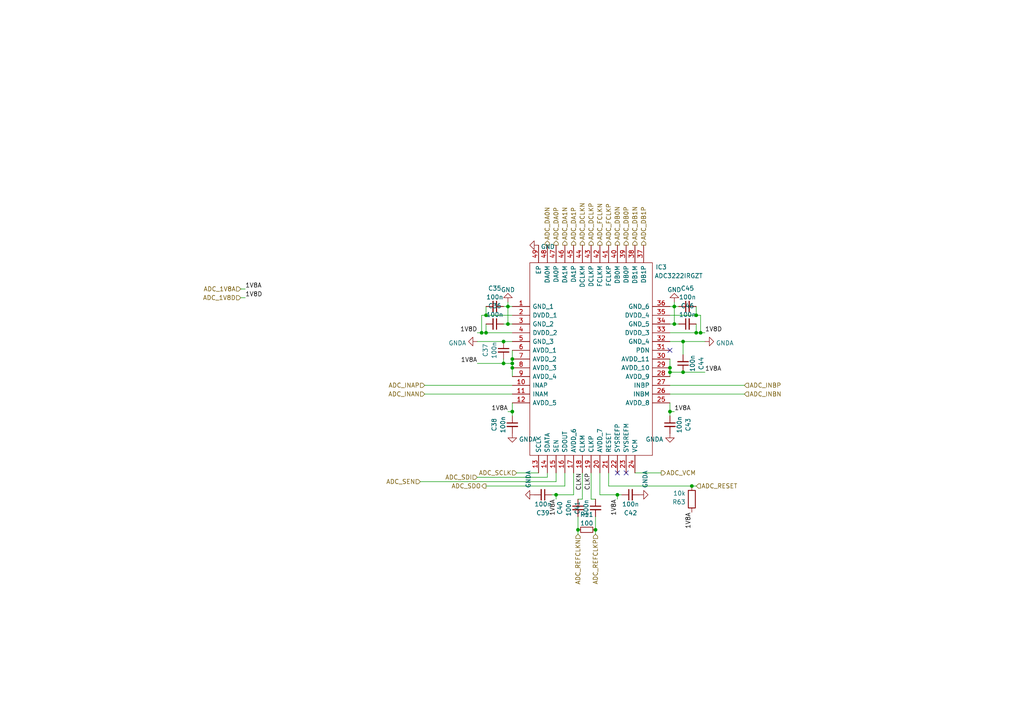
<source format=kicad_sch>
(kicad_sch (version 20230121) (generator eeschema)
  (paper "A4")
  (lib_symbols
    (symbol "ADC3222IRGZT:ADC3222IRGZT" (pin_names (offset 0.762))
      (property "Reference" "IC" (at 41.91 17.78 0))
      (property "Value" "ADC3222IRGZT" (at 41.91 15.24 0))
      (symbol "ADC3222IRGZT_0_0"
        (pin passive line (at 0 0 0) (length 5.08) (name "GND_1") (number "1"))
        (pin passive line (at 0 -22.86 0) (length 5.08) (name "INAP") (number "10"))
        (pin passive line (at 0 -25.4 0) (length 5.08) (name "INAM") (number "11"))
        (pin passive line (at 0 -27.94 0) (length 5.08) (name "AVDD_5") (number "12"))
        (pin passive line (at 7.62 -48.26 90) (length 5.08) (name "SCLK") (number "13"))
        (pin passive line (at 10.16 -48.26 90) (length 5.08) (name "SDATA") (number "14"))
        (pin passive line (at 12.7 -48.26 90) (length 5.08) (name "SEN") (number "15"))
        (pin passive line (at 15.24 -48.26 90) (length 5.08) (name "SDOUT") (number "16"))
        (pin passive line (at 17.78 -48.26 90) (length 5.08) (name "AVDD_6") (number "17"))
        (pin passive line (at 20.32 -48.26 90) (length 5.08) (name "CLKM") (number "18"))
        (pin passive line (at 22.86 -48.26 90) (length 5.08) (name "CLKP") (number "19"))
        (pin passive line (at 0 -2.54 0) (length 5.08) (name "DVDD_1") (number "2"))
        (pin passive line (at 25.4 -48.26 90) (length 5.08) (name "AVDD_7") (number "20"))
        (pin passive line (at 27.94 -48.26 90) (length 5.08) (name "RESET") (number "21"))
        (pin passive line (at 30.48 -48.26 90) (length 5.08) (name "SYSREFP") (number "22"))
        (pin passive line (at 33.02 -48.26 90) (length 5.08) (name "SYSREFM") (number "23"))
        (pin passive line (at 35.56 -48.26 90) (length 5.08) (name "VCM") (number "24"))
        (pin passive line (at 45.72 -27.94 180) (length 5.08) (name "AVDD_8") (number "25"))
        (pin passive line (at 45.72 -25.4 180) (length 5.08) (name "INBM") (number "26"))
        (pin passive line (at 45.72 -22.86 180) (length 5.08) (name "INBP") (number "27"))
        (pin passive line (at 45.72 -20.32 180) (length 5.08) (name "AVDD_9") (number "28"))
        (pin passive line (at 45.72 -17.78 180) (length 5.08) (name "AVDD_10") (number "29"))
        (pin passive line (at 0 -5.08 0) (length 5.08) (name "GND_2") (number "3"))
        (pin passive line (at 45.72 -15.24 180) (length 5.08) (name "AVDD_11") (number "30"))
        (pin passive line (at 45.72 -12.7 180) (length 5.08) (name "PDN") (number "31"))
        (pin passive line (at 45.72 -10.16 180) (length 5.08) (name "GND_4") (number "32"))
        (pin passive line (at 45.72 -7.62 180) (length 5.08) (name "DVDD_3") (number "33"))
        (pin passive line (at 45.72 -5.08 180) (length 5.08) (name "GND_5") (number "34"))
        (pin passive line (at 45.72 -2.54 180) (length 5.08) (name "DVDD_4") (number "35"))
        (pin passive line (at 45.72 0 180) (length 5.08) (name "GND_6") (number "36"))
        (pin passive line (at 38.1 17.78 270) (length 5.08) (name "DB1P") (number "37"))
        (pin passive line (at 35.56 17.78 270) (length 5.08) (name "DB1M") (number "38"))
        (pin passive line (at 33.02 17.78 270) (length 5.08) (name "DB0P") (number "39"))
        (pin passive line (at 0 -7.62 0) (length 5.08) (name "DVDD_2") (number "4"))
        (pin passive line (at 30.48 17.78 270) (length 5.08) (name "DB0M") (number "40"))
        (pin passive line (at 27.94 17.78 270) (length 5.08) (name "FCLKP") (number "41"))
        (pin passive line (at 25.4 17.78 270) (length 5.08) (name "FCLKM") (number "42"))
        (pin passive line (at 22.86 17.78 270) (length 5.08) (name "DCLKP") (number "43"))
        (pin passive line (at 20.32 17.78 270) (length 5.08) (name "DCLKM") (number "44"))
        (pin passive line (at 17.78 17.78 270) (length 5.08) (name "DA1P") (number "45"))
        (pin passive line (at 15.24 17.78 270) (length 5.08) (name "DA1M") (number "46"))
        (pin passive line (at 12.7 17.78 270) (length 5.08) (name "DA0P") (number "47"))
        (pin passive line (at 10.16 17.78 270) (length 5.08) (name "DA0M") (number "48"))
        (pin passive line (at 7.62 17.78 270) (length 5.08) (name "EP") (number "49"))
        (pin passive line (at 0 -10.16 0) (length 5.08) (name "GND_3") (number "5"))
        (pin passive line (at 0 -12.7 0) (length 5.08) (name "AVDD_1") (number "6"))
        (pin passive line (at 0 -15.24 0) (length 5.08) (name "AVDD_2") (number "7"))
        (pin passive line (at 0 -17.78 0) (length 5.08) (name "AVDD_3") (number "8"))
        (pin passive line (at 0 -20.32 0) (length 5.08) (name "AVDD_4") (number "9"))
      )
      (symbol "ADC3222IRGZT_0_1"
        (polyline (pts (xy 5.08 12.7) (xy 40.64 12.7) (xy 40.64 -43.18) (xy 5.08 -43.18) (xy 5.08 12.7)) (stroke (width 0.1524)))
      )
    )
    (symbol "Device:C_Small" (pin_numbers hide) (pin_names (offset 0.254) hide)
      (property "Reference" "C" (at 0.254 1.778 0))
      (property "Value" "C_Small" (at 0.254 -2.032 0))
      (symbol "C_Small_0_1"
        (polyline (pts (xy -1.524 -0.508) (xy 1.524 -0.508)) (stroke (width 0.3302)))
        (polyline (pts (xy -1.524 0.508) (xy 1.524 0.508)) (stroke (width 0.3048)))
      )
      (symbol "C_Small_1_1"
        (pin passive line (at 0 2.54 270) (length 2.032) (name "~") (number "1"))
        (pin passive line (at 0 -2.54 90) (length 2.032) (name "~") (number "2"))
      )
    )
    (symbol "Device:R" (pin_numbers hide) (pin_names (offset 0))
      (property "Reference" "R" (at 2.032 0 90))
      (property "Value" "R" (at 0 0 90))
      (symbol "R_0_1"
        (rectangle (start -1.016 -2.54) (end 1.016 2.54) (stroke (width 0.254)))
      )
      (symbol "R_1_1"
        (pin passive line (at 0 3.81 270) (length 1.27) (name "~") (number "1"))
        (pin passive line (at 0 -3.81 90) (length 1.27) (name "~") (number "2"))
      )
    )
    (symbol "Device:R_Small" (pin_numbers hide) (pin_names (offset 0.254) hide)
      (property "Reference" "R" (at 0.762 0.508 0))
      (property "Value" "R_Small" (at 0.762 -1.016 0))
      (symbol "R_Small_0_1"
        (rectangle (start -0.762 1.778) (end 0.762 -1.778) (stroke (width 0.2032)))
      )
      (symbol "R_Small_1_1"
        (pin passive line (at 0 2.54 270) (length 0.762) (name "~") (number "1"))
        (pin passive line (at 0 -2.54 90) (length 0.762) (name "~") (number "2"))
      )
    )
    (symbol "power:GND" (power) (pin_names (offset 0))
      (property "Value" "GND" (at 0 -3.81 0))
      (symbol "GND_0_1"
        (polyline (pts (xy 0 0) (xy 0 -1.27) (xy 1.27 -1.27) (xy 0 -2.54) (xy -1.27 -1.27) (xy 0 -1.27)))
      )
      (symbol "GND_1_1"
        (pin power_in line (at 0 0 270) (length 0) hide (name "GND") (number "1"))
      )
    )
    (symbol "power:GNDA" (power) (pin_names (offset 0))
      (property "Value" "GNDA" (at 0 -3.81 0))
      (symbol "GNDA_0_1"
        (polyline (pts (xy 0 0) (xy 0 -1.27) (xy 1.27 -1.27) (xy 0 -2.54) (xy -1.27 -1.27) (xy 0 -1.27)))
      )
      (symbol "GNDA_1_1"
        (pin power_in line (at 0 0 270) (length 0) hide (name "GNDA") (number "1"))
      )
    )
  )
  (junction (at 195.58 93.98))
  (junction (at 198.12 99.06))
  (junction (at 203.2 96.52))
  (junction (at 140.97 91.44))
  (junction (at 146.05 105.41))
  (junction (at 148.59 106.68))
  (junction (at 148.59 119.38))
  (junction (at 147.32 88.9))
  (junction (at 201.93 96.52))
  (junction (at 201.93 91.44))
  (junction (at 147.32 93.98))
  (junction (at 194.31 106.68))
  (junction (at 146.05 99.06))
  (junction (at 198.12 107.95))
  (junction (at 194.31 119.38))
  (junction (at 195.58 88.9))
  (junction (at 140.97 96.52))
  (junction (at 200.66 140.97))
  (junction (at 172.72 153.67))
  (junction (at 194.31 107.95))
  (junction (at 167.64 153.67))
  (junction (at 161.29 143.51))
  (junction (at 139.7 96.52))
  (junction (at 179.07 143.51))
  (junction (at 148.59 105.41))
  (junction (at 148.59 104.14))
  (no_connect (at 181.61 137.16))
  (no_connect (at 179.07 137.16))
  (no_connect (at 194.31 101.6))
  (wire (pts (xy 171.45 144.78) (xy 172.72 144.78)))
  (wire (pts (xy 146.05 99.06) (xy 148.59 99.06)))
  (wire (pts (xy 195.58 119.38) (xy 194.31 119.38)))
  (wire (pts (xy 146.05 88.9) (xy 147.32 88.9)))
  (wire (pts (xy 138.43 99.06) (xy 146.05 99.06)))
  (wire (pts (xy 201.93 140.97) (xy 200.66 140.97)))
  (wire (pts (xy 148.59 116.84) (xy 148.59 119.38)))
  (wire (pts (xy 147.32 93.98) (xy 148.59 93.98)))
  (wire (pts (xy 168.91 144.78) (xy 167.64 144.78)))
  (wire (pts (xy 163.83 140.97) (xy 163.83 137.16)))
  (wire (pts (xy 147.32 88.9) (xy 148.59 88.9)))
  (wire (pts (xy 148.59 106.68) (xy 148.59 109.22)))
  (wire (pts (xy 158.75 138.43) (xy 158.75 137.16)))
  (wire (pts (xy 173.99 143.51) (xy 179.07 143.51)))
  (wire (pts (xy 161.29 137.16) (xy 161.29 139.7)))
  (wire (pts (xy 194.31 99.06) (xy 198.12 99.06)))
  (wire (pts (xy 215.9 114.3) (xy 194.31 114.3)))
  (wire (pts (xy 198.12 99.06) (xy 198.12 102.87)))
  (wire (pts (xy 194.31 119.38) (xy 194.31 120.65)))
  (wire (pts (xy 194.31 106.68) (xy 194.31 107.95)))
  (wire (pts (xy 147.32 88.9) (xy 147.32 93.98)))
  (wire (pts (xy 201.93 96.52) (xy 194.31 96.52)))
  (wire (pts (xy 191.77 137.16) (xy 184.15 137.16)))
  (wire (pts (xy 121.92 139.7) (xy 161.29 139.7)))
  (wire (pts (xy 201.93 88.9) (xy 201.93 91.44)))
  (wire (pts (xy 69.85 83.82) (xy 71.12 83.82)))
  (wire (pts (xy 140.97 96.52) (xy 148.59 96.52)))
  (wire (pts (xy 147.32 119.38) (xy 148.59 119.38)))
  (wire (pts (xy 138.43 105.41) (xy 146.05 105.41)))
  (wire (pts (xy 203.2 96.52) (xy 201.93 96.52)))
  (wire (pts (xy 139.7 96.52) (xy 140.97 96.52)))
  (wire (pts (xy 167.64 153.67) (xy 167.64 154.94)))
  (wire (pts (xy 149.86 137.16) (xy 156.21 137.16)))
  (wire (pts (xy 138.43 138.43) (xy 158.75 138.43)))
  (wire (pts (xy 139.7 91.44) (xy 139.7 96.52)))
  (wire (pts (xy 179.07 143.51) (xy 180.34 143.51)))
  (wire (pts (xy 194.31 91.44) (xy 201.93 91.44)))
  (wire (pts (xy 140.97 93.98) (xy 140.97 96.52)))
  (wire (pts (xy 179.07 144.78) (xy 179.07 143.51)))
  (wire (pts (xy 198.12 99.06) (xy 204.47 99.06)))
  (wire (pts (xy 148.59 104.14) (xy 148.59 105.41)))
  (wire (pts (xy 166.37 137.16) (xy 166.37 143.51)))
  (wire (pts (xy 168.91 137.16) (xy 168.91 144.78)))
  (wire (pts (xy 140.97 140.97) (xy 163.83 140.97)))
  (wire (pts (xy 195.58 93.98) (xy 194.31 93.98)))
  (wire (pts (xy 204.47 96.52) (xy 203.2 96.52)))
  (wire (pts (xy 146.05 104.14) (xy 146.05 105.41)))
  (wire (pts (xy 123.19 114.3) (xy 148.59 114.3)))
  (wire (pts (xy 198.12 107.95) (xy 204.47 107.95)))
  (wire (pts (xy 147.32 87.63) (xy 147.32 88.9)))
  (wire (pts (xy 195.58 88.9) (xy 194.31 88.9)))
  (wire (pts (xy 140.97 91.44) (xy 139.7 91.44)))
  (wire (pts (xy 69.85 86.36) (xy 71.12 86.36)))
  (wire (pts (xy 123.19 111.76) (xy 148.59 111.76)))
  (wire (pts (xy 148.59 91.44) (xy 140.97 91.44)))
  (wire (pts (xy 161.29 143.51) (xy 160.02 143.51)))
  (wire (pts (xy 146.05 93.98) (xy 147.32 93.98)))
  (wire (pts (xy 194.31 107.95) (xy 194.31 109.22)))
  (wire (pts (xy 201.93 93.98) (xy 201.93 96.52)))
  (wire (pts (xy 146.05 105.41) (xy 148.59 105.41)))
  (wire (pts (xy 148.59 105.41) (xy 148.59 106.68)))
  (wire (pts (xy 195.58 87.63) (xy 195.58 88.9)))
  (wire (pts (xy 176.53 140.97) (xy 176.53 137.16)))
  (wire (pts (xy 194.31 104.14) (xy 194.31 106.68)))
  (wire (pts (xy 215.9 111.76) (xy 194.31 111.76)))
  (wire (pts (xy 167.64 149.86) (xy 167.64 153.67)))
  (wire (pts (xy 196.85 88.9) (xy 195.58 88.9)))
  (wire (pts (xy 203.2 91.44) (xy 203.2 96.52)))
  (wire (pts (xy 200.66 140.97) (xy 176.53 140.97)))
  (wire (pts (xy 172.72 149.86) (xy 172.72 153.67)))
  (wire (pts (xy 196.85 93.98) (xy 195.58 93.98)))
  (wire (pts (xy 173.99 137.16) (xy 173.99 143.51)))
  (wire (pts (xy 171.45 137.16) (xy 171.45 144.78)))
  (wire (pts (xy 172.72 153.67) (xy 172.72 154.94)))
  (wire (pts (xy 148.59 119.38) (xy 148.59 120.65)))
  (wire (pts (xy 138.43 96.52) (xy 139.7 96.52)))
  (wire (pts (xy 195.58 88.9) (xy 195.58 93.98)))
  (wire (pts (xy 161.29 144.78) (xy 161.29 143.51)))
  (wire (pts (xy 166.37 143.51) (xy 161.29 143.51)))
  (wire (pts (xy 194.31 116.84) (xy 194.31 119.38)))
  (wire (pts (xy 148.59 101.6) (xy 148.59 104.14)))
  (wire (pts (xy 140.97 88.9) (xy 140.97 91.44)))
  (wire (pts (xy 194.31 107.95) (xy 198.12 107.95)))
  (wire (pts (xy 201.93 91.44) (xy 203.2 91.44)))
  (label "1V8D" (at 71.12 86.36 0))
  (label "CLKN" (at 168.91 137.16 270))
  (label "1V8A" (at 138.43 105.41 180))
  (label "1V8D" (at 204.47 96.52 0))
  (label "1V8A" (at 204.47 107.95 0))
  (label "1V8A" (at 195.58 119.38 0))
  (label "1V8A" (at 161.29 144.78 270))
  (label "1V8A" (at 71.12 83.82 0))
  (label "1V8A" (at 147.32 119.38 180))
  (label "1V8A" (at 179.07 144.78 270))
  (label "CLKP" (at 171.45 137.16 270))
  (label "1V8A" (at 200.66 148.59 270))
  (label "1V8D" (at 138.43 96.52 180))
  (hierarchical_label "ADC_VCM" (shape output) (at 191.77 137.16 0))
  (hierarchical_label "ADC_REFCLKN" (shape input) (at 167.64 154.94 270))
  (hierarchical_label "ADC_FCLKN" (shape output) (at 173.99 71.12 90))
  (hierarchical_label "ADC_DA0P" (shape output) (at 161.29 71.12 90))
  (hierarchical_label "ADC_DA1P" (shape output) (at 166.37 71.12 90))
  (hierarchical_label "ADC_SEN" (shape input) (at 121.92 139.7 180))
  (hierarchical_label "ADC_FCLKP" (shape output) (at 176.53 71.12 90))
  (hierarchical_label "ADC_REFCLKP" (shape input) (at 172.72 154.94 270))
  (hierarchical_label "ADC_DB0P" (shape output) (at 181.61 71.12 90))
  (hierarchical_label "ADC_INBP" (shape input) (at 215.9 111.76 0))
  (hierarchical_label "ADC_INAN" (shape input) (at 123.19 114.3 180))
  (hierarchical_label "ADC_SDI" (shape input) (at 138.43 138.43 180))
  (hierarchical_label "ADC_RESET" (shape input) (at 201.93 140.97 0))
  (hierarchical_label "ADC_SDO" (shape output) (at 140.97 140.97 180))
  (hierarchical_label "ADC_INBN" (shape input) (at 215.9 114.3 0))
  (hierarchical_label "ADC_1V8D" (shape input) (at 69.85 86.36 180))
  (hierarchical_label "ADC_DA0N" (shape output) (at 158.75 71.12 90))
  (hierarchical_label "ADC_INAP" (shape input) (at 123.19 111.76 180))
  (hierarchical_label "ADC_DCLKP" (shape output) (at 171.45 71.12 90))
  (hierarchical_label "ADC_DCLKN" (shape output) (at 168.91 71.12 90))
  (hierarchical_label "ADC_DB1P" (shape output) (at 186.69 71.12 90))
  (hierarchical_label "ADC_DA1N" (shape output) (at 163.83 71.12 90))
  (hierarchical_label "ADC_DB0N" (shape output) (at 179.07 71.12 90))
  (hierarchical_label "ADC_SCLK" (shape input) (at 149.86 137.16 180))
  (hierarchical_label "ADC_1V8A" (shape input) (at 69.85 83.82 180))
  (hierarchical_label "ADC_DB1N" (shape output) (at 184.15 71.12 90))
  (symbol (lib_id "Device:C_Small") (at 148.59 123.19 0) (unit 1)
    (property "Reference" "C38" (at 143.3281 123.1964 90))
    (property "Value" "100n" (at 145.865 123.1964 90))
    (property "Footprint" "Capacitor_SMD:C_0402_1005Metric" (effects hide))
  )
  (symbol (lib_id "Device:C_Small") (at 143.51 93.98 270) (unit 1)
    (property "Reference" "C36" (at 143.5036 88.7181 90))
    (property "Value" "100n" (at 143.5036 91.255 90))
    (property "Footprint" "Capacitor_SMD:C_0402_1005Metric" (effects hide))
  )
  (symbol (lib_id "power:GNDA") (at 194.31 125.73 0) (unit 1)
    (property "Reference" "#PWR0130" (effects hide))
    (property "Value" "GNDA" (at 192.405 127.4338 0) (effects (justify right)))
  )
  (symbol (lib_id "Device:C_Small") (at 172.72 147.32 0) (unit 1)
    (property "Reference" "C41" (at 167.4581 147.3264 90))
    (property "Value" "100n" (at 169.995 147.3264 90))
    (property "Footprint" "Capacitor_SMD:C_0402_1005Metric" (effects hide))
  )
  (symbol (lib_id "power:GNDA") (at 154.94 143.51 270) (unit 1)
    (property "Reference" "#PWR0136" (effects hide))
    (property "Value" "GNDA" (at 153.2362 141.605 0) (effects (justify right)))
  )
  (symbol (lib_id "power:GND") (at 147.32 87.63 180) (unit 1)
    (property "Reference" "#PWR0133" (effects hide))
    (property "Value" "GND" (at 147.32 84.0542 0))
  )
  (symbol (lib_id "power:GNDA") (at 204.47 99.06 90) (unit 1)
    (property "Reference" "#PWR0135" (effects hide))
    (property "Value" "GNDA" (at 207.645 99.4938 90) (effects (justify right)))
  )
  (symbol (lib_id "Device:C_Small") (at 167.64 147.32 0) (unit 1)
    (property "Reference" "C40" (at 162.3781 147.3264 90))
    (property "Value" "100n" (at 164.915 147.3264 90))
    (property "Footprint" "Capacitor_SMD:C_0402_1005Metric" (effects hide))
  )
  (symbol (lib_id "Device:C_Small") (at 199.39 88.9 90) (mirror x) (unit 1)
    (property "Reference" "C45" (at 199.3964 83.6381 90))
    (property "Value" "100n" (at 199.3964 86.175 90))
    (property "Footprint" "Capacitor_SMD:C_0402_1005Metric" (effects hide))
  )
  (symbol (lib_id "ADC3222IRGZT:ADC3222IRGZT") (at 148.59 88.9 0) (unit 1)
    (property "Reference" "IC3" (at 191.77 77.47 0))
    (property "Value" "ADC3222IRGZT" (at 196.85 80.01 0))
    (property "Footprint" "Package_DFN_QFN:QFN-48-1EP_7x7mm_P0.5mm_EP5.6x5.6mm_ThermalVias" (effects hide))
    (property "Datasheet" "http://www.ti.com/lit/gpn/adc3222" (effects hide))
    (property "Description" "Dual-Channel, 12-Bit, 50-MSPS Analog-to-Digital Converter (ADC)" (effects hide))
    (property "Height" "1" (effects hide))
    (property "Mouser Part Number" "595-ADC3222IRGZT" (effects hide))
    (property "Mouser Price/Stock" "https://www.mouser.co.uk/ProductDetail/Texas-Instruments/ADC3222IRGZT?qs=7z%252BmIopC6%2FKDohmV%252BphQ%252Bg%3D%3D" (effects hide))
    (property "Manufacturer_Name" "Texas Instruments" (effects hide))
    (property "Manufacturer_Part_Number" "ADC3222IRGZT" (effects hide))
  )
  (symbol (lib_id "Device:C_Small") (at 198.12 105.41 180) (unit 1)
    (property "Reference" "C44" (at 203.3819 105.4036 90))
    (property "Value" "100n" (at 200.845 105.4036 90))
    (property "Footprint" "Capacitor_SMD:C_0402_1005Metric" (effects hide))
  )
  (symbol (lib_id "Device:R") (at 200.66 144.78 0) (unit 1)
    (property "Reference" "R63" (at 198.882 145.6147 0) (effects (justify right)))
    (property "Value" "10k" (at 198.882 143.0778 0) (effects (justify right)))
    (property "Footprint" "Resistor_SMD:R_0402_1005Metric" (effects hide))
  )
  (symbol (lib_id "power:GND") (at 195.58 87.63 0) (mirror x) (unit 1)
    (property "Reference" "#PWR0131" (effects hide))
    (property "Value" "GND" (at 195.58 84.0542 0))
  )
  (symbol (lib_id "power:GNDA") (at 138.43 99.06 270) (unit 1)
    (property "Reference" "#PWR0129" (effects hide))
    (property "Value" "GNDA" (at 135.255 99.4938 90) (effects (justify right)))
  )
  (symbol (lib_id "power:GND") (at 156.21 71.12 270) (unit 1)
    (property "Reference" "#PWR0132" (effects hide))
    (property "Value" "GND" (at 156.845 71.5538 90) (effects (justify left)))
  )
  (symbol (lib_id "Device:R_Small") (at 170.18 153.67 270) (unit 1)
    (property "Reference" "R11" (at 170.18 149.2336 90))
    (property "Value" "100" (at 170.18 151.7705 90))
    (property "Footprint" "Resistor_SMD:R_0402_1005Metric" (effects hide))
  )
  (symbol (lib_id "Device:C_Small") (at 194.31 123.19 0) (mirror y) (unit 1)
    (property "Reference" "C43" (at 199.5719 123.1964 90))
    (property "Value" "100n" (at 197.035 123.1964 90))
    (property "Footprint" "Capacitor_SMD:C_0402_1005Metric" (effects hide))
  )
  (symbol (lib_id "power:GNDA") (at 185.42 143.51 90) (mirror x) (unit 1)
    (property "Reference" "#PWR0140" (effects hide))
    (property "Value" "GNDA" (at 187.1238 141.605 0) (effects (justify right)))
  )
  (symbol (lib_id "power:GNDA") (at 148.59 125.73 0) (mirror y) (unit 1)
    (property "Reference" "#PWR0137" (effects hide))
    (property "Value" "GNDA" (at 150.495 127.4338 0) (effects (justify right)))
  )
  (symbol (lib_id "Device:C_Small") (at 146.05 101.6 0) (unit 1)
    (property "Reference" "C37" (at 140.7881 101.6064 90))
    (property "Value" "100n" (at 143.325 101.6064 90))
    (property "Footprint" "Capacitor_SMD:C_0402_1005Metric" (effects hide))
  )
  (symbol (lib_id "Device:C_Small") (at 143.51 88.9 270) (unit 1)
    (property "Reference" "C35" (at 143.5036 83.6381 90))
    (property "Value" "100n" (at 143.5036 86.175 90))
    (property "Footprint" "Capacitor_SMD:C_0402_1005Metric" (effects hide))
  )
  (symbol (lib_id "Device:C_Small") (at 199.39 93.98 90) (mirror x) (unit 1)
    (property "Reference" "C46" (at 199.3964 88.7181 90))
    (property "Value" "100n" (at 199.3964 91.255 90))
    (property "Footprint" "Capacitor_SMD:C_0402_1005Metric" (effects hide))
  )
  (symbol (lib_id "Device:C_Small") (at 182.88 143.51 90) (unit 1)
    (property "Reference" "C42" (at 182.8864 148.7719 90))
    (property "Value" "100n" (at 182.8864 146.235 90))
    (property "Footprint" "Capacitor_SMD:C_0402_1005Metric" (effects hide))
  )
  (symbol (lib_id "Device:C_Small") (at 157.48 143.51 270) (mirror x) (unit 1)
    (property "Reference" "C39" (at 157.4736 148.7719 90))
    (property "Value" "100n" (at 157.4736 146.235 90))
    (property "Footprint" "Capacitor_SMD:C_0402_1005Metric" (effects hide))
  )
)
</source>
